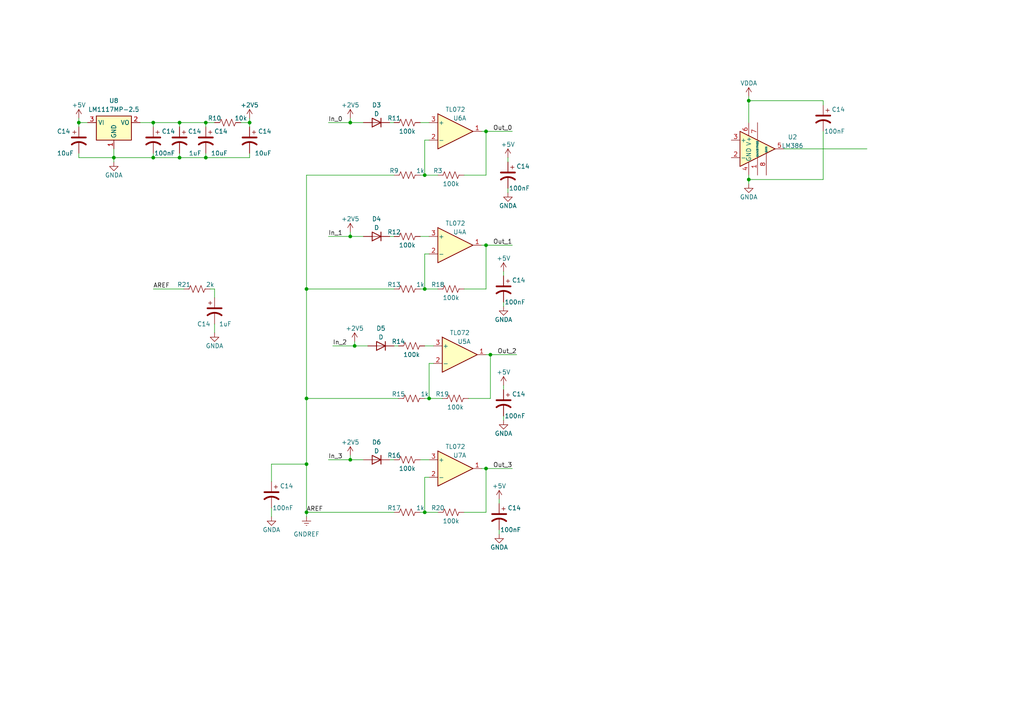
<source format=kicad_sch>
(kicad_sch (version 20230121) (generator eeschema)
  (paper "A4")
  (lib_symbols
    (symbol "Amplifier_Audio:LM386" (pin_names (offset 0.127))
      (property "Reference" "U" (at 1.27 7.62 0))
      (property "Value" "LM386" (at 1.27 5.08 0))
      (symbol "LM386_0_1"
        (polyline (pts (xy 5.08 0) (xy -5.08 5.08) (xy -5.08 -5.08) (xy 5.08 0)) (stroke (width 0.254)) (fill (type background)))
      )
      (symbol "LM386_1_1"
        (pin input line (at 0 -7.62 90) (length 5.08) (name "GAIN") (number "1"))
        (pin input line (at -7.62 -2.54 0) (length 2.54) (name "-") (number "2"))
        (pin input line (at -7.62 2.54 0) (length 2.54) (name "+") (number "3"))
        (pin power_in line (at -2.54 -7.62 90) (length 3.81) (name "GND") (number "4"))
        (pin output line (at 7.62 0 180) (length 2.54) (name "~") (number "5"))
        (pin power_in line (at -2.54 7.62 270) (length 3.81) (name "V+") (number "6"))
        (pin input line (at 0 7.62 270) (length 5.08) (name "BYPASS") (number "7"))
        (pin input line (at 2.54 -7.62 90) (length 6.35) (name "GAIN") (number "8"))
      )
    )
    (symbol "Amplifier_Operational:TL072" (pin_names (offset 0.127))
      (property "Reference" "U" (at 0 5.08 0))
      (property "Value" "TL072" (at 0 -5.08 0))
      (symbol "TL072_1_1"
        (polyline (pts (xy -5.08 5.08) (xy 5.08 0) (xy -5.08 -5.08) (xy -5.08 5.08)) (stroke (width 0.254)) (fill (type background)))
        (pin output line (at 7.62 0 180) (length 2.54) (name "~") (number "1"))
        (pin input line (at -7.62 -2.54 0) (length 2.54) (name "-") (number "2"))
        (pin input line (at -7.62 2.54 0) (length 2.54) (name "+") (number "3"))
      )
      (symbol "TL072_2_1"
        (polyline (pts (xy -5.08 5.08) (xy 5.08 0) (xy -5.08 -5.08) (xy -5.08 5.08)) (stroke (width 0.254)) (fill (type background)))
        (pin input line (at -7.62 2.54 0) (length 2.54) (name "+") (number "5"))
        (pin input line (at -7.62 -2.54 0) (length 2.54) (name "-") (number "6"))
        (pin output line (at 7.62 0 180) (length 2.54) (name "~") (number "7"))
      )
      (symbol "TL072_3_1"
        (pin power_in line (at -2.54 -7.62 90) (length 3.81) (name "V-") (number "4"))
        (pin power_in line (at -2.54 7.62 270) (length 3.81) (name "V+") (number "8"))
      )
    )
    (symbol "Device:C_Polarized_US" (pin_numbers hide) (pin_names (offset 0.254) hide)
      (property "Reference" "C" (at 0.635 2.54 0))
      (property "Value" "C_Polarized_US" (at 0.635 -2.54 0))
      (symbol "C_Polarized_US_0_1"
        (polyline (pts (xy -2.032 0.762) (xy 2.032 0.762)) (stroke (width 0.508)))
        (polyline (pts (xy -1.778 2.286) (xy -0.762 2.286)))
        (polyline (pts (xy -1.27 1.778) (xy -1.27 2.794)))
        (arc (start 2.032 -1.27) (mid 0 -0.5572) (end -2.032 -1.27) (stroke (width 0.508)))
      )
      (symbol "C_Polarized_US_1_1"
        (pin passive line (at 0 3.81 270) (length 2.794) (name "~") (number "1"))
        (pin passive line (at 0 -3.81 90) (length 3.302) (name "~") (number "2"))
      )
    )
    (symbol "Device:D" (pin_numbers hide) (pin_names (offset 1.016) hide)
      (property "Reference" "D" (at 0 2.54 0))
      (property "Value" "D" (at 0 -2.54 0))
      (symbol "D_0_1"
        (polyline (pts (xy -1.27 1.27) (xy -1.27 -1.27)) (stroke (width 0.254)))
        (polyline (pts (xy 1.27 0) (xy -1.27 0)))
        (polyline (pts (xy 1.27 1.27) (xy 1.27 -1.27) (xy -1.27 0) (xy 1.27 1.27)) (stroke (width 0.254)))
      )
      (symbol "D_1_1"
        (pin passive line (at -3.81 0 0) (length 2.54) (name "K") (number "1"))
        (pin passive line (at 3.81 0 180) (length 2.54) (name "A") (number "2"))
      )
    )
    (symbol "Device:R_US" (pin_numbers hide) (pin_names (offset 0))
      (property "Reference" "R" (at 2.54 0 90))
      (property "Value" "R_US" (at -2.54 0 90))
      (symbol "R_US_0_1"
        (polyline (pts (xy 0 -2.286) (xy 0 -2.54)))
        (polyline (pts (xy 0 2.286) (xy 0 2.54)))
        (polyline (pts (xy 0 -0.762) (xy 1.016 -1.143) (xy 0 -1.524) (xy -1.016 -1.905) (xy 0 -2.286)))
        (polyline (pts (xy 0 0.762) (xy 1.016 0.381) (xy 0 0) (xy -1.016 -0.381) (xy 0 -0.762)))
        (polyline (pts (xy 0 2.286) (xy 1.016 1.905) (xy 0 1.524) (xy -1.016 1.143) (xy 0 0.762)))
      )
      (symbol "R_US_1_1"
        (pin passive line (at 0 3.81 270) (length 1.27) (name "~") (number "1"))
        (pin passive line (at 0 -3.81 90) (length 1.27) (name "~") (number "2"))
      )
    )
    (symbol "Regulator_Linear:LM1117MP-2.5"
      (property "Reference" "U" (at -3.81 3.175 0))
      (property "Value" "LM1117MP-2.5" (at 0 3.175 0))
      (symbol "LM1117MP-2.5_0_1"
        (rectangle (start -5.08 -5.08) (end 5.08 1.905) (stroke (width 0.254)) (fill (type background)))
      )
      (symbol "LM1117MP-2.5_1_1"
        (pin power_in line (at 0 -7.62 90) (length 2.54) (name "GND") (number "1"))
        (pin power_out line (at 7.62 0 180) (length 2.54) (name "VO") (number "2"))
        (pin power_in line (at -7.62 0 0) (length 2.54) (name "VI") (number "3"))
      )
    )
    (symbol "power:+2V5" (power) (pin_names (offset 0))
      (property "Value" "+2V5" (at 0 3.556 0))
      (symbol "+2V5_0_1"
        (polyline (pts (xy -0.762 1.27) (xy 0 2.54)))
        (polyline (pts (xy 0 0) (xy 0 2.54)))
        (polyline (pts (xy 0 2.54) (xy 0.762 1.27)))
      )
      (symbol "+2V5_1_1"
        (pin power_in line (at 0 0 90) (length 0) hide (name "+2V5") (number "1"))
      )
    )
    (symbol "power:+5V" (power) (pin_names (offset 0))
      (property "Value" "+5V" (at 0 3.556 0))
      (symbol "+5V_0_1"
        (polyline (pts (xy -0.762 1.27) (xy 0 2.54)))
        (polyline (pts (xy 0 0) (xy 0 2.54)))
        (polyline (pts (xy 0 2.54) (xy 0.762 1.27)))
      )
      (symbol "+5V_1_1"
        (pin power_in line (at 0 0 90) (length 0) hide (name "+5V") (number "1"))
      )
    )
    (symbol "power:GNDA" (power) (pin_names (offset 0))
      (property "Value" "GNDA" (at 0 -3.81 0))
      (symbol "GNDA_0_1"
        (polyline (pts (xy 0 0) (xy 0 -1.27) (xy 1.27 -1.27) (xy 0 -2.54) (xy -1.27 -1.27) (xy 0 -1.27)))
      )
      (symbol "GNDA_1_1"
        (pin power_in line (at 0 0 270) (length 0) hide (name "GNDA") (number "1"))
      )
    )
    (symbol "power:GNDREF" (power) (pin_names (offset 0))
      (property "Value" "GNDREF" (at 0 -3.81 0))
      (symbol "GNDREF_0_1"
        (polyline (pts (xy -0.635 -1.905) (xy 0.635 -1.905)))
        (polyline (pts (xy -0.127 -2.54) (xy 0.127 -2.54)))
        (polyline (pts (xy 0 -1.27) (xy 0 0)))
        (polyline (pts (xy 1.27 -1.27) (xy -1.27 -1.27)))
      )
      (symbol "GNDREF_1_1"
        (pin power_in line (at 0 0 270) (length 0) hide (name "GNDREF") (number "1"))
      )
    )
    (symbol "power:VDDA" (power) (pin_names (offset 0))
      (property "Value" "VDDA" (at 0 3.81 0))
      (symbol "VDDA_0_1"
        (polyline (pts (xy -0.762 1.27) (xy 0 2.54)))
        (polyline (pts (xy 0 0) (xy 0 2.54)))
        (polyline (pts (xy 0 2.54) (xy 0.762 1.27)))
      )
      (symbol "VDDA_1_1"
        (pin power_in line (at 0 0 90) (length 0) hide (name "VDDA") (number "1"))
      )
    )
  )
  (junction (at 123.19 50.8))
  (junction (at 140.97 71.12))
  (junction (at 88.9 83.82))
  (junction (at 123.19 148.59))
  (junction (at 52.07 45.72))
  (junction (at 102.87 100.33))
  (junction (at 140.97 135.89))
  (junction (at 217.17 29.21))
  (junction (at 140.97 38.1))
  (junction (at 123.19 83.82))
  (junction (at 52.07 35.56))
  (junction (at 101.6 35.56))
  (junction (at 124.46 115.57))
  (junction (at 44.45 35.56))
  (junction (at 59.69 45.72))
  (junction (at 44.45 45.72))
  (junction (at 101.6 68.58))
  (junction (at 217.17 52.07))
  (junction (at 88.9 148.59))
  (junction (at 142.24 102.87))
  (junction (at 88.9 115.57))
  (junction (at 33.02 45.72))
  (junction (at 88.9 134.62))
  (junction (at 101.6 133.35))
  (junction (at 72.39 35.56))
  (junction (at 59.69 35.56))
  (junction (at 22.86 35.56))
  (wire (pts (xy 217.17 53.34) (xy 217.17 52.07)))
  (wire (pts (xy 140.97 102.87) (xy 142.24 102.87)))
  (wire (pts (xy 217.17 27.94) (xy 217.17 29.21)))
  (wire (pts (xy 146.05 78.74) (xy 146.05 80.01)))
  (wire (pts (xy 59.69 45.72) (xy 72.39 45.72)))
  (wire (pts (xy 134.62 50.8) (xy 140.97 50.8)))
  (wire (pts (xy 33.02 45.72) (xy 44.45 45.72)))
  (wire (pts (xy 72.39 34.29) (xy 72.39 35.56)))
  (wire (pts (xy 140.97 71.12) (xy 148.59 71.12)))
  (wire (pts (xy 78.74 134.62) (xy 88.9 134.62)))
  (wire (pts (xy 121.92 133.35) (xy 124.46 133.35)))
  (wire (pts (xy 33.02 46.99) (xy 33.02 45.72)))
  (wire (pts (xy 147.32 45.72) (xy 147.32 46.99)))
  (wire (pts (xy 95.25 133.35) (xy 101.6 133.35)))
  (wire (pts (xy 142.24 115.57) (xy 142.24 102.87)))
  (wire (pts (xy 101.6 35.56) (xy 105.41 35.56)))
  (wire (pts (xy 22.86 35.56) (xy 22.86 36.83)))
  (wire (pts (xy 124.46 105.41) (xy 124.46 115.57)))
  (wire (pts (xy 101.6 35.56) (xy 101.6 34.29)))
  (wire (pts (xy 60.96 83.82) (xy 62.23 83.82)))
  (wire (pts (xy 123.19 73.66) (xy 123.19 83.82)))
  (wire (pts (xy 140.97 83.82) (xy 140.97 71.12)))
  (wire (pts (xy 146.05 120.65) (xy 146.05 121.92)))
  (wire (pts (xy 22.86 34.29) (xy 22.86 35.56)))
  (wire (pts (xy 40.64 35.56) (xy 44.45 35.56)))
  (wire (pts (xy 217.17 50.8) (xy 217.17 52.07)))
  (wire (pts (xy 140.97 135.89) (xy 148.59 135.89)))
  (wire (pts (xy 139.7 38.1) (xy 140.97 38.1)))
  (wire (pts (xy 22.86 44.45) (xy 22.86 45.72)))
  (wire (pts (xy 88.9 83.82) (xy 88.9 115.57)))
  (wire (pts (xy 88.9 115.57) (xy 115.57 115.57)))
  (wire (pts (xy 62.23 83.82) (xy 62.23 86.36)))
  (wire (pts (xy 88.9 50.8) (xy 88.9 83.82)))
  (wire (pts (xy 217.17 29.21) (xy 217.17 35.56)))
  (wire (pts (xy 22.86 45.72) (xy 33.02 45.72)))
  (wire (pts (xy 146.05 111.76) (xy 146.05 113.03)))
  (wire (pts (xy 101.6 68.58) (xy 105.41 68.58)))
  (wire (pts (xy 44.45 44.45) (xy 44.45 45.72)))
  (wire (pts (xy 238.76 29.21) (xy 238.76 30.48)))
  (wire (pts (xy 123.19 138.43) (xy 123.19 148.59)))
  (wire (pts (xy 144.78 153.67) (xy 144.78 154.94)))
  (wire (pts (xy 124.46 115.57) (xy 128.27 115.57)))
  (wire (pts (xy 59.69 44.45) (xy 59.69 45.72)))
  (wire (pts (xy 139.7 71.12) (xy 140.97 71.12)))
  (wire (pts (xy 134.62 148.59) (xy 140.97 148.59)))
  (wire (pts (xy 123.19 40.64) (xy 123.19 50.8)))
  (wire (pts (xy 72.39 35.56) (xy 72.39 36.83)))
  (wire (pts (xy 227.33 43.18) (xy 251.46 43.18)))
  (wire (pts (xy 114.3 100.33) (xy 115.57 100.33)))
  (wire (pts (xy 88.9 83.82) (xy 114.3 83.82)))
  (wire (pts (xy 102.87 100.33) (xy 106.68 100.33)))
  (wire (pts (xy 121.92 148.59) (xy 123.19 148.59)))
  (wire (pts (xy 44.45 35.56) (xy 52.07 35.56)))
  (wire (pts (xy 44.45 45.72) (xy 52.07 45.72)))
  (wire (pts (xy 113.03 35.56) (xy 114.3 35.56)))
  (wire (pts (xy 123.19 100.33) (xy 125.73 100.33)))
  (wire (pts (xy 142.24 102.87) (xy 149.86 102.87)))
  (wire (pts (xy 238.76 38.1) (xy 238.76 52.07)))
  (wire (pts (xy 123.19 115.57) (xy 124.46 115.57)))
  (wire (pts (xy 121.92 50.8) (xy 123.19 50.8)))
  (wire (pts (xy 121.92 83.82) (xy 123.19 83.82)))
  (wire (pts (xy 69.85 35.56) (xy 72.39 35.56)))
  (wire (pts (xy 146.05 87.63) (xy 146.05 88.9)))
  (wire (pts (xy 102.87 100.33) (xy 102.87 99.06)))
  (wire (pts (xy 140.97 50.8) (xy 140.97 38.1)))
  (wire (pts (xy 101.6 68.58) (xy 101.6 67.31)))
  (wire (pts (xy 95.25 68.58) (xy 101.6 68.58)))
  (wire (pts (xy 33.02 43.18) (xy 33.02 45.72)))
  (wire (pts (xy 123.19 148.59) (xy 127 148.59)))
  (wire (pts (xy 140.97 38.1) (xy 148.59 38.1)))
  (wire (pts (xy 52.07 35.56) (xy 59.69 35.56)))
  (wire (pts (xy 124.46 40.64) (xy 123.19 40.64)))
  (wire (pts (xy 217.17 29.21) (xy 238.76 29.21)))
  (wire (pts (xy 59.69 35.56) (xy 62.23 35.56)))
  (wire (pts (xy 147.32 54.61) (xy 147.32 55.88)))
  (wire (pts (xy 72.39 44.45) (xy 72.39 45.72)))
  (wire (pts (xy 88.9 115.57) (xy 88.9 134.62)))
  (wire (pts (xy 44.45 83.82) (xy 53.34 83.82)))
  (wire (pts (xy 134.62 83.82) (xy 140.97 83.82)))
  (wire (pts (xy 101.6 133.35) (xy 101.6 132.08)))
  (wire (pts (xy 44.45 35.56) (xy 44.45 36.83)))
  (wire (pts (xy 139.7 135.89) (xy 140.97 135.89)))
  (wire (pts (xy 125.73 105.41) (xy 124.46 105.41)))
  (wire (pts (xy 121.92 35.56) (xy 124.46 35.56)))
  (wire (pts (xy 78.74 134.62) (xy 78.74 139.7)))
  (wire (pts (xy 124.46 73.66) (xy 123.19 73.66)))
  (wire (pts (xy 62.23 93.98) (xy 62.23 96.52)))
  (wire (pts (xy 135.89 115.57) (xy 142.24 115.57)))
  (wire (pts (xy 121.92 68.58) (xy 124.46 68.58)))
  (wire (pts (xy 113.03 133.35) (xy 114.3 133.35)))
  (wire (pts (xy 238.76 52.07) (xy 217.17 52.07)))
  (wire (pts (xy 78.74 147.32) (xy 78.74 149.86)))
  (wire (pts (xy 123.19 83.82) (xy 127 83.82)))
  (wire (pts (xy 88.9 134.62) (xy 88.9 148.59)))
  (wire (pts (xy 140.97 148.59) (xy 140.97 135.89)))
  (wire (pts (xy 124.46 138.43) (xy 123.19 138.43)))
  (wire (pts (xy 95.25 35.56) (xy 101.6 35.56)))
  (wire (pts (xy 52.07 45.72) (xy 59.69 45.72)))
  (wire (pts (xy 123.19 50.8) (xy 127 50.8)))
  (wire (pts (xy 101.6 133.35) (xy 105.41 133.35)))
  (wire (pts (xy 144.78 144.78) (xy 144.78 146.05)))
  (wire (pts (xy 113.03 68.58) (xy 114.3 68.58)))
  (wire (pts (xy 59.69 35.56) (xy 59.69 36.83)))
  (wire (pts (xy 88.9 50.8) (xy 114.3 50.8)))
  (wire (pts (xy 25.4 35.56) (xy 22.86 35.56)))
  (wire (pts (xy 88.9 148.59) (xy 88.9 149.86)))
  (wire (pts (xy 52.07 44.45) (xy 52.07 45.72)))
  (wire (pts (xy 52.07 35.56) (xy 52.07 36.83)))
  (wire (pts (xy 96.52 100.33) (xy 102.87 100.33)))
  (wire (pts (xy 88.9 148.59) (xy 114.3 148.59)))
  (label "In_1" (at 95.25 68.58 0))
  (label "Out_2" (at 149.86 102.87 180))
  (label "In_0" (at 95.25 35.56 0))
  (label "Out_1" (at 148.59 71.12 180))
  (label "Out_3" (at 148.59 135.89 180))
  (label "Out_0" (at 148.59 38.1 180))
  (label "In_3" (at 95.25 133.35 0))
  (label "In_2" (at 96.52 100.33 0))
  (label "AREF" (at 88.9 148.59 0))
  (label "AREF" (at 44.45 83.82 0))
  (symbol (lib_id "Amplifier_Operational:TL072") (at 133.35 102.87 0) (unit 1)
    (property "Reference" "U5" (at 134.62 99.06 0))
    (property "Value" "TL072" (at 133.35 96.52 0))
    (property "Datasheet" "http://www.ti.com/lit/ds/symlink/tl071.pdf" (effects hide))
  )
  (symbol (lib_id "power:GNDA") (at 62.23 96.52 0) (unit 1)
    (property "Reference" "#PWR032" (effects hide))
    (property "Value" "GNDA" (at 62.23 100.33 0))
  )
  (symbol (lib_id "power:GNDA") (at 78.74 149.86 0) (unit 1)
    (property "Reference" "#PWR01" (effects hide))
    (property "Value" "GNDA" (at 78.74 153.67 0))
  )
  (symbol (lib_id "power:GNDA") (at 147.32 55.88 0) (unit 1)
    (property "Reference" "#PWR030" (effects hide))
    (property "Value" "GNDA" (at 147.32 59.69 0))
  )
  (symbol (lib_id "power:GNDA") (at 33.02 46.99 0) (unit 1)
    (property "Reference" "#PWR04" (effects hide))
    (property "Value" "GNDA" (at 33.02 50.8 0))
  )
  (symbol (lib_id "power:GNDA") (at 146.05 121.92 0) (unit 1)
    (property "Reference" "#PWR040" (effects hide))
    (property "Value" "GNDA" (at 146.05 125.73 0))
  )
  (symbol (lib_id "Device:R_US") (at 130.81 50.8 90) (unit 1)
    (property "Reference" "R3" (at 127 49.53 90))
    (property "Value" "100k" (at 130.81 53.34 90))
    (property "Footprint" "Resistor_THT:R_Axial_DIN0207_L6.3mm_D2.5mm_P10.16mm_Horizontal" (effects hide))
  )
  (symbol (lib_id "Device:R_US") (at 66.04 35.56 90) (unit 1)
    (property "Reference" "R10" (at 62.23 34.29 90))
    (property "Value" "10k" (at 69.85 34.29 90))
    (property "Footprint" "Resistor_THT:R_Axial_DIN0207_L6.3mm_D2.5mm_P10.16mm_Horizontal" (effects hide))
  )
  (symbol (lib_id "Device:D") (at 109.22 35.56 180) (unit 1)
    (property "Reference" "D3" (at 109.22 30.48 0))
    (property "Value" "D" (at 109.22 33.02 0))
    (property "Sim.Device" "D" (effects hide))
    (property "Sim.Pins" "1=K 2=A" (effects hide))
  )
  (symbol (lib_id "Device:R_US") (at 118.11 68.58 90) (unit 1)
    (property "Reference" "R12" (at 114.3 67.31 90))
    (property "Value" "100k" (at 118.11 71.12 90))
    (property "Footprint" "Resistor_THT:R_Axial_DIN0207_L6.3mm_D2.5mm_P10.16mm_Horizontal" (effects hide))
  )
  (symbol (lib_id "power:GNDA") (at 144.78 154.94 0) (unit 1)
    (property "Reference" "#PWR042" (effects hide))
    (property "Value" "GNDA" (at 144.78 158.75 0))
  )
  (symbol (lib_id "Regulator_Linear:LM1117MP-2.5") (at 33.02 35.56 0) (unit 1)
    (property "Reference" "U8" (at 33.02 29.21 0))
    (property "Value" "LM1117MP-2.5" (at 33.02 31.75 0))
    (property "Footprint" "Package_TO_SOT_SMD:SOT-223-3_TabPin2" (effects hide))
    (property "Datasheet" "http://www.ti.com/lit/ds/symlink/lm1117.pdf" (effects hide))
  )
  (symbol (lib_id "Amplifier_Audio:LM386") (at 219.71 43.18 0) (unit 1)
    (property "Reference" "U2" (at 229.87 39.7511 0))
    (property "Value" "LM386" (at 229.87 42.2911 0))
    (property "Datasheet" "http://www.ti.com/lit/ds/symlink/lm386.pdf" (effects hide))
  )
  (symbol (lib_id "Device:C_Polarized_US") (at 146.05 116.84 0) (mirror y) (unit 1)
    (property "Reference" "C14" (at 152.4 114.3 0) (effects (justify left)))
    (property "Value" "100nF" (at 152.4 120.65 0) (effects (justify left)))
    (instances (project "EEG" (path "" (reference "C14") (unit 1)) (path "" (reference "C23") (unit 1))))
  )
  (symbol (lib_id "power:+5V") (at 147.32 45.72 0) (unit 1)
    (property "Reference" "#PWR026" (effects hide))
    (property "Value" "+5V" (at 147.32 41.91 0))
    (instances (project "EEG" (path "" (reference "#PWR026") (unit 1)) (path "" (reference "#PWR029") (unit 1))))
  )
  (symbol (lib_id "Device:C_Polarized_US") (at 78.74 143.51 0) (mirror y) (unit 1)
    (property "Reference" "C14" (at 85.09 140.97 0) (effects (justify left)))
    (property "Value" "100nF" (at 85.09 147.32 0) (effects (justify left)))
    (instances (project "EEG" (path "" (reference "C14") (unit 1)) (path "" (reference "C25") (unit 1))))
  )
  (symbol (lib_id "Device:C_Polarized_US") (at 22.86 40.64 0) (unit 1)
    (property "Reference" "C14" (at 16.51 38.1 0) (effects (justify left)))
    (property "Value" "10uF" (at 16.51 44.45 0) (effects (justify left)))
    (instances (project "EEG" (path "" (reference "C14") (unit 1)) (path "" (reference "C17") (unit 1))))
  )
  (symbol (lib_id "Device:C_Polarized_US") (at 44.45 40.64 0) (mirror y) (unit 1)
    (property "Reference" "C14" (at 50.8 38.1 0) (effects (justify left)))
    (property "Value" "100nF" (at 50.8 44.45 0) (effects (justify left)))
    (instances (project "EEG" (path "" (reference "C14") (unit 1)) (path "" (reference "C19") (unit 1))))
  )
  (symbol (lib_id "Device:R_US") (at 118.11 35.56 90) (unit 1)
    (property "Reference" "R11" (at 114.3 34.29 90))
    (property "Value" "100k" (at 118.11 38.1 90))
    (property "Footprint" "Resistor_THT:R_Axial_DIN0207_L6.3mm_D2.5mm_P10.16mm_Horizontal" (effects hide))
  )
  (symbol (lib_id "power:+2V5") (at 101.6 67.31 0) (unit 1)
    (property "Reference" "#PWR031" (effects hide))
    (property "Value" "+2V5" (at 101.6 63.5 0))
  )
  (symbol (lib_id "Device:R_US") (at 130.81 148.59 90) (unit 1)
    (property "Reference" "R20" (at 127 147.32 90))
    (property "Value" "100k" (at 130.81 151.13 90))
    (property "Footprint" "Resistor_THT:R_Axial_DIN0207_L6.3mm_D2.5mm_P10.16mm_Horizontal" (effects hide))
  )
  (symbol (lib_id "Device:C_Polarized_US") (at 59.69 40.64 0) (mirror y) (unit 1)
    (property "Reference" "C14" (at 66.04 38.1 0) (effects (justify left)))
    (property "Value" "10uF" (at 66.04 44.45 0) (effects (justify left)))
    (instances (project "EEG" (path "" (reference "C14") (unit 1)) (path "" (reference "C16") (unit 1))))
  )
  (symbol (lib_id "power:+5V") (at 22.86 34.29 0) (unit 1)
    (property "Reference" "#PWR026" (effects hide))
    (property "Value" "+5V" (at 22.86 30.48 0))
    (instances (project "EEG" (path "" (reference "#PWR026") (unit 1)) (path "" (reference "#PWR05") (unit 1))))
  )
  (symbol (lib_id "Amplifier_Operational:TL072") (at 132.08 71.12 0) (unit 1)
    (property "Reference" "U4" (at 133.35 67.31 0))
    (property "Value" "TL072" (at 132.08 64.77 0))
    (property "Datasheet" "http://www.ti.com/lit/ds/symlink/tl071.pdf" (effects hide))
  )
  (symbol (lib_id "Device:D") (at 109.22 68.58 180) (unit 1)
    (property "Reference" "D4" (at 109.22 63.5 0))
    (property "Value" "D" (at 109.22 66.04 0))
    (property "Sim.Device" "D" (effects hide))
    (property "Sim.Pins" "1=K 2=A" (effects hide))
  )
  (symbol (lib_id "Device:R_US") (at 57.15 83.82 90) (unit 1)
    (property "Reference" "R21" (at 53.34 82.55 90))
    (property "Value" "2k" (at 60.96 82.55 90))
    (property "Footprint" "Resistor_THT:R_Axial_DIN0207_L6.3mm_D2.5mm_P10.16mm_Horizontal" (effects hide))
  )
  (symbol (lib_id "Device:R_US") (at 118.11 148.59 90) (unit 1)
    (property "Reference" "R17" (at 114.3 147.32 90))
    (property "Value" "1k" (at 121.92 147.32 90))
    (property "Footprint" "Resistor_THT:R_Axial_DIN0207_L6.3mm_D2.5mm_P10.16mm_Horizontal" (effects hide))
  )
  (symbol (lib_id "Device:R_US") (at 118.11 83.82 90) (unit 1)
    (property "Reference" "R13" (at 114.3 82.55 90))
    (property "Value" "1k" (at 121.92 82.55 90))
    (property "Footprint" "Resistor_THT:R_Axial_DIN0207_L6.3mm_D2.5mm_P10.16mm_Horizontal" (effects hide))
  )
  (symbol (lib_id "Device:R_US") (at 119.38 100.33 90) (unit 1)
    (property "Reference" "R14" (at 115.57 99.06 90))
    (property "Value" "100k" (at 119.38 102.87 90))
    (property "Footprint" "Resistor_THT:R_Axial_DIN0207_L6.3mm_D2.5mm_P10.16mm_Horizontal" (effects hide))
  )
  (symbol (lib_id "Amplifier_Operational:TL072") (at 132.08 38.1 0) (unit 1)
    (property "Reference" "U6" (at 133.35 34.29 0))
    (property "Value" "TL072" (at 132.08 31.75 0))
    (property "Datasheet" "http://www.ti.com/lit/ds/symlink/tl071.pdf" (effects hide))
  )
  (symbol (lib_id "power:VDDA") (at 217.17 27.94 0) (unit 1)
    (property "Reference" "#PWR03" (effects hide))
    (property "Value" "VDDA" (at 217.17 24.13 0))
  )
  (symbol (lib_id "Amplifier_Operational:TL072") (at 132.08 135.89 0) (unit 1)
    (property "Reference" "U7" (at 133.35 132.08 0))
    (property "Value" "TL072" (at 132.08 129.54 0))
    (property "Datasheet" "http://www.ti.com/lit/ds/symlink/tl071.pdf" (effects hide))
  )
  (symbol (lib_id "power:GNDA") (at 217.17 53.34 0) (unit 1)
    (property "Reference" "#PWR028" (effects hide))
    (property "Value" "GNDA" (at 217.17 57.15 0))
  )
  (symbol (lib_id "Device:C_Polarized_US") (at 238.76 34.29 0) (mirror y) (unit 1)
    (property "Reference" "C14" (at 245.11 31.75 0) (effects (justify left)))
    (property "Value" "100nF" (at 245.11 38.1 0) (effects (justify left)))
    (instances (project "EEG" (path "" (reference "C14") (unit 1)) (path "" (reference "C13") (unit 1))))
  )
  (symbol (lib_id "power:GNDA") (at 146.05 88.9 0) (unit 1)
    (property "Reference" "#PWR038" (effects hide))
    (property "Value" "GNDA" (at 146.05 92.71 0))
  )
  (symbol (lib_id "power:+5V") (at 144.78 144.78 0) (unit 1)
    (property "Reference" "#PWR026" (effects hide))
    (property "Value" "+5V" (at 144.78 140.97 0))
    (instances (project "EEG" (path "" (reference "#PWR026") (unit 1)) (path "" (reference "#PWR041") (unit 1))))
  )
  (symbol (lib_id "power:+2V5") (at 102.87 99.06 0) (unit 1)
    (property "Reference" "#PWR033" (effects hide))
    (property "Value" "+2V5" (at 102.87 95.25 0))
  )
  (symbol (lib_id "Device:C_Polarized_US") (at 147.32 50.8 0) (mirror y) (unit 1)
    (property "Reference" "C14" (at 153.67 48.26 0) (effects (justify left)))
    (property "Value" "100nF" (at 153.67 54.61 0) (effects (justify left)))
    (instances (project "EEG" (path "" (reference "C14") (unit 1)) (path "" (reference "C21") (unit 1))))
  )
  (symbol (lib_id "power:+5V") (at 146.05 111.76 0) (unit 1)
    (property "Reference" "#PWR026" (effects hide))
    (property "Value" "+5V" (at 146.05 107.95 0))
    (instances (project "EEG" (path "" (reference "#PWR026") (unit 1)) (path "" (reference "#PWR039") (unit 1))))
  )
  (symbol (lib_id "Device:C_Polarized_US") (at 144.78 149.86 0) (mirror y) (unit 1)
    (property "Reference" "C14" (at 151.13 147.32 0) (effects (justify left)))
    (property "Value" "100nF" (at 151.13 153.67 0) (effects (justify left)))
    (instances (project "EEG" (path "" (reference "C14") (unit 1)) (path "" (reference "C24") (unit 1))))
  )
  (symbol (lib_id "Device:R_US") (at 118.11 133.35 90) (unit 1)
    (property "Reference" "R16" (at 114.3 132.08 90))
    (property "Value" "100k" (at 118.11 135.89 90))
    (property "Footprint" "Resistor_THT:R_Axial_DIN0207_L6.3mm_D2.5mm_P10.16mm_Horizontal" (effects hide))
  )
  (symbol (lib_id "power:+2V5") (at 101.6 34.29 0) (unit 1)
    (property "Reference" "#PWR02" (effects hide))
    (property "Value" "+2V5" (at 101.6 30.48 0))
  )
  (symbol (lib_id "Device:D") (at 110.49 100.33 180) (unit 1)
    (property "Reference" "D5" (at 110.49 95.25 0))
    (property "Value" "D" (at 110.49 97.79 0))
    (property "Sim.Device" "D" (effects hide))
    (property "Sim.Pins" "1=K 2=A" (effects hide))
  )
  (symbol (lib_id "power:+2V5") (at 101.6 132.08 0) (unit 1)
    (property "Reference" "#PWR035" (effects hide))
    (property "Value" "+2V5" (at 101.6 128.27 0))
  )
  (symbol (lib_id "power:+5V") (at 146.05 78.74 0) (unit 1)
    (property "Reference" "#PWR026" (effects hide))
    (property "Value" "+5V" (at 146.05 74.93 0))
    (instances (project "EEG" (path "" (reference "#PWR026") (unit 1)) (path "" (reference "#PWR037") (unit 1))))
  )
  (symbol (lib_id "Device:C_Polarized_US") (at 72.39 40.64 0) (mirror y) (unit 1)
    (property "Reference" "C14" (at 78.74 38.1 0) (effects (justify left)))
    (property "Value" "10uF" (at 78.74 44.45 0) (effects (justify left)))
    (instances (project "EEG" (path "" (reference "C14") (unit 1)) (path "" (reference "C20") (unit 1))))
  )
  (symbol (lib_id "power:GNDREF") (at 88.9 149.86 0) (unit 1)
    (property "Reference" "#PWR036" (effects hide))
    (property "Value" "GNDREF" (at 88.9 154.94 0))
  )
  (symbol (lib_id "Device:C_Polarized_US") (at 52.07 40.64 0) (mirror y) (unit 1)
    (property "Reference" "C14" (at 58.42 38.1 0) (effects (justify left)))
    (property "Value" "1uF" (at 58.42 44.45 0) (effects (justify left)))
    (instances (project "EEG" (path "" (reference "C14") (unit 1)) (path "" (reference "C18") (unit 1))))
  )
  (symbol (lib_id "Device:C_Polarized_US") (at 62.23 90.17 0) (unit 1)
    (property "Reference" "C14" (at 57.15 93.98 0) (effects (justify left)))
    (property "Value" "1uF" (at 63.5 93.98 0) (effects (justify left)))
    (instances (project "EEG" (path "" (reference "C14") (unit 1)) (path "" (reference "C26") (unit 1))))
  )
  (symbol (lib_id "power:+2V5") (at 72.39 34.29 0) (unit 1)
    (property "Reference" "#PWR026" (effects hide))
    (property "Value" "+2V5" (at 72.39 30.48 0))
  )
  (symbol (lib_id "Device:R_US") (at 119.38 115.57 90) (unit 1)
    (property "Reference" "R15" (at 115.57 114.3 90))
    (property "Value" "1k" (at 123.19 114.3 90))
    (property "Footprint" "Resistor_THT:R_Axial_DIN0207_L6.3mm_D2.5mm_P10.16mm_Horizontal" (effects hide))
  )
  (symbol (lib_id "Device:R_US") (at 132.08 115.57 90) (unit 1)
    (property "Reference" "R19" (at 128.27 114.3 90))
    (property "Value" "100k" (at 132.08 118.11 90))
    (property "Footprint" "Resistor_THT:R_Axial_DIN0207_L6.3mm_D2.5mm_P10.16mm_Horizontal" (effects hide))
  )
  (symbol (lib_id "Device:D") (at 109.22 133.35 180) (unit 1)
    (property "Reference" "D6" (at 109.22 128.27 0))
    (property "Value" "D" (at 109.22 130.81 0))
    (property "Sim.Device" "D" (effects hide))
    (property "Sim.Pins" "1=K 2=A" (effects hide))
  )
  (symbol (lib_id "Device:R_US") (at 130.81 83.82 90) (unit 1)
    (property "Reference" "R18" (at 127 82.55 90))
    (property "Value" "100k" (at 130.81 86.36 90))
    (property "Footprint" "Resistor_THT:R_Axial_DIN0207_L6.3mm_D2.5mm_P10.16mm_Horizontal" (effects hide))
  )
  (symbol (lib_id "Device:R_US") (at 118.11 50.8 90) (unit 1)
    (property "Reference" "R9" (at 114.3 49.53 90))
    (property "Value" "1k" (at 121.92 49.53 90))
    (property "Footprint" "Resistor_THT:R_Axial_DIN0207_L6.3mm_D2.5mm_P10.16mm_Horizontal" (effects hide))
  )
  (symbol (lib_id "Device:C_Polarized_US") (at 146.05 83.82 0) (mirror y) (unit 1)
    (property "Reference" "C14" (at 152.4 81.28 0) (effects (justify left)))
    (property "Value" "100nF" (at 152.4 87.63 0) (effects (justify left)))
    (instances (project "EEG" (path "" (reference "C14") (unit 1)) (path "" (reference "C22") (unit 1))))
  )
)
</source>
